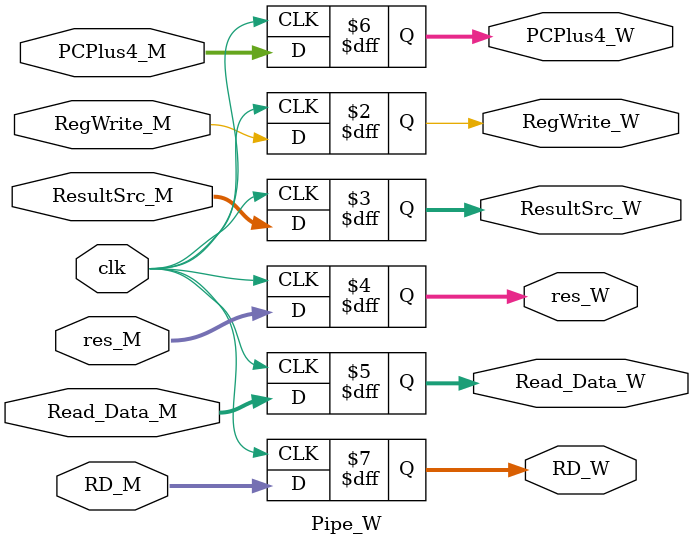
<source format=v>
module Pipe_D(clk , Instruction_F , PC_Out_F  , PCPlus4_F , Instruction_D , PC_Out_D , PCPlus4_D);
input clk;
input [31:0] Instruction_F , PC_Out_F , PCPlus4_F;
output reg [31:0] Instruction_D , PC_Out_D , PCPlus4_D;
always @(posedge clk) begin
Instruction_D <= Instruction_F;
PC_Out_D <= PC_Out_F;
PCPlus4_D <= PCPlus4_F;
end
endmodule

module Pipe_E(clk , ReadData1_D , ReadData2_D , PC_Out_D , RD_D , imm_data_D , PCPlus4_D , MemWrite_D , ALUSrc_D , RegWrite_D , ImmSrc_D , ResultSrc_D , Operation_D , Branch_D , Jump_D , MemWrite_E , ALUSrc_E , RegWrite_E , ImmSrc_E , ResultSrc_E , Operation_E , Branch_E , Jump_E , ReadData1_E , ReadData2_E , PC_Out_E , RD_E , imm_data_E , PCPlus4_E);
input clk;
input [31:0] ReadData1_D , ReadData2_D , PC_Out_D , imm_data_D , PCPlus4_D;
input [4:0] RD_D;
input  MemWrite_D , ALUSrc_D , RegWrite_D;
input  [1:0] ImmSrc_D , ResultSrc_D;
input  [2:0] Operation_D;
input Branch_D , Jump_D;
output reg MemWrite_E , ALUSrc_E , RegWrite_E;
output reg [1:0] ImmSrc_E , ResultSrc_E;
output reg [2:0] Operation_E;
output reg Branch_E , Jump_E;
output reg [31:0] ReadData1_E , ReadData2_E , PC_Out_E , imm_data_E , PCPlus4_E;
output reg [4:0] RD_E;
always @(posedge clk) begin
MemWrite_E <= MemWrite_D;
ALUSrc_E <= ALUSrc_D;
RegWrite_E <= RegWrite_D; 
ImmSrc_E <= ImmSrc_D;
ResultSrc_E <= ResultSrc_D; 
Operation_E <= Operation_D; 
Branch_E <= Branch_D; 
Jump_E <= Jump_D;
ReadData1_E <= ReadData1_D;
ReadData2_E <= ReadData2_D;
PC_Out_E <= PC_Out_D;
imm_data_E <= imm_data_D;
PCPlus4_E <= PCPlus4_D;
RD_E <= RD_D;
end
endmodule

module Pipe_M(clk , RegWrite_E , ResultSrc_E , MemWrite_E , res_E , WriteData_E , RD_E , PCPlus4_E , RegWrite_M , ResultSrc_M , MemWrite_M , res_M , WriteData_M , RD_M , PCPlus4_M);
input clk;
input RegWrite_E , MemWrite_E;
input [1:0] ResultSrc_E;
input [31:0] res_E , WriteData_E , PCPlus4_E;
input [4:0] RD_E;
output reg RegWrite_M , MemWrite_M;
output reg [1:0] ResultSrc_M;
output reg [31:0] res_M , WriteData_M , PCPlus4_M;
output reg [4:0] RD_M;
always @(posedge clk) begin
RegWrite_M <= RegWrite_E;
ResultSrc_M <= ResultSrc_E;
MemWrite_M <= MemWrite_E; 
res_M <= res_E;
WriteData_M <= WriteData_E;
RD_M <= RD_E;
PCPlus4_M <= PCPlus4_E;
end
endmodule

module Pipe_W(clk , RegWrite_M , ResultSrc_M , res_M , Read_Data_M , RD_M , PCPlus4_M , RegWrite_W , ResultSrc_W , res_W , Read_Data_W , RD_W , PCPlus4_W );
input clk , RegWrite_M;
input [1:0] ResultSrc_M;
input [31:0] res_M , Read_Data_M , PCPlus4_M;
input [4:0] RD_M;
output reg RegWrite_W;
output reg [1:0] ResultSrc_W;
output reg [31:0] res_W , Read_Data_W , PCPlus4_W;
output reg [4:0] RD_W;
always @(posedge clk) begin
RegWrite_W <= RegWrite_M;
ResultSrc_W <= ResultSrc_M;
res_W <= res_M;
Read_Data_W <= Read_Data_M;
RD_W <= RD_M;
PCPlus4_W <= PCPlus4_M;
end
endmodule

</source>
